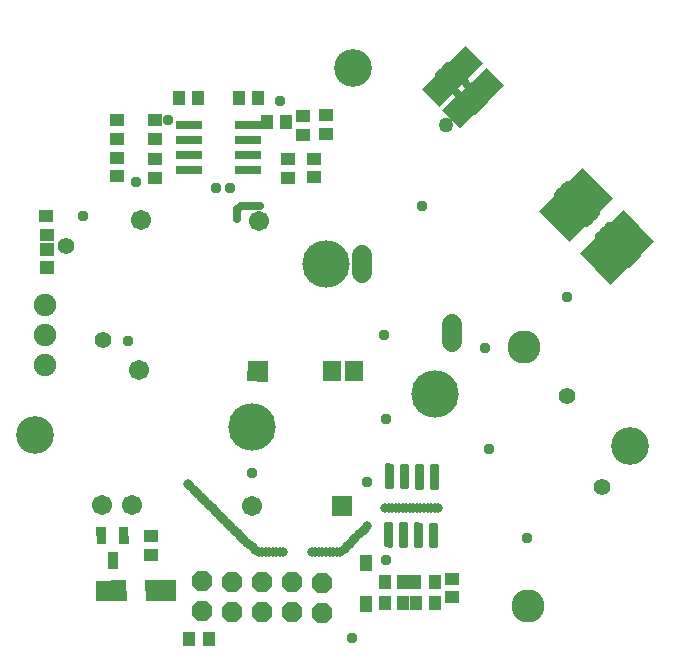
<source format=gbr>
G04 EAGLE Gerber RS-274X export*
G75*
%MOMM*%
%FSLAX34Y34*%
%LPD*%
%INSoldermask Top*%
%IPPOS*%
%AMOC8*
5,1,8,0,0,1.08239X$1,22.5*%
G01*
%ADD10C,0.803200*%
%ADD11C,0.703200*%
%ADD12C,0.353406*%
%ADD13R,1.001900X1.177100*%
%ADD14R,0.987100X1.330400*%
%ADD15R,1.124100X1.173400*%
%ADD16R,1.173400X1.124100*%
%ADD17R,1.711200X1.711200*%
%ADD18C,1.711200*%
%ADD19R,1.503200X1.703200*%
%ADD20R,1.177100X1.001900*%
%ADD21C,1.903200*%
%ADD22R,1.426700X0.828000*%
%ADD23R,2.595200X1.768500*%
%ADD24C,4.013200*%
%ADD25C,1.411200*%
%ADD26C,1.727200*%
%ADD27C,2.803200*%
%ADD28R,2.172600X0.795400*%
%ADD29R,3.703200X5.203200*%
%ADD30R,2.103200X5.203200*%
%ADD31P,1.869504X8X381.800000*%
%ADD32C,3.203200*%
%ADD33C,0.959600*%
%ADD34C,1.259600*%


D10*
X-82013Y-130446D03*
X-80013Y-132446D03*
X-78013Y-134446D03*
X-76013Y-136446D03*
X-74013Y-138446D03*
X-72013Y-140446D03*
X-70013Y-142446D03*
X-68013Y-144446D03*
X-66013Y-146446D03*
X-64013Y-148446D03*
X-62013Y-150446D03*
X-60013Y-152446D03*
X-58733Y-153476D03*
X-57013Y-155446D03*
X-55013Y-157446D03*
X-53013Y-159446D03*
X-51013Y-161446D03*
X-48013Y-163446D03*
X-46013Y-165446D03*
X-44013Y-167446D03*
X-41013Y-169446D03*
X-38013Y-169446D03*
X-35013Y-169446D03*
X-32013Y-169446D03*
X-29013Y-169446D03*
X-26013Y-169446D03*
X-23013Y-169446D03*
X-20013Y-169446D03*
X3987Y-169446D03*
X6987Y-169446D03*
X9987Y-169446D03*
X12987Y-169446D03*
X15987Y-169446D03*
X18987Y-169446D03*
X21987Y-169446D03*
X24987Y-169446D03*
X27987Y-169446D03*
X31987Y-166446D03*
X33987Y-164446D03*
X35987Y-162446D03*
X38987Y-159446D03*
X40987Y-157446D03*
X43987Y-154446D03*
X46987Y-151446D03*
X48987Y-149446D03*
X50987Y-147446D03*
X-101013Y-111446D03*
X-99013Y-113446D03*
X-96013Y-116446D03*
X-94013Y-118446D03*
X-92013Y-120446D03*
X-90013Y-122446D03*
X-88013Y-124446D03*
X-86013Y-126446D03*
X-84013Y-128446D03*
D11*
X247527Y98364D03*
X249527Y96364D03*
X251527Y94364D03*
X253527Y92364D03*
X255527Y90364D03*
X257527Y88364D03*
X259527Y86364D03*
X249527Y100364D03*
X251527Y102364D03*
X253527Y104364D03*
X255527Y106364D03*
X257527Y104364D03*
X259527Y102364D03*
X261527Y100364D03*
X263527Y98364D03*
X265527Y96364D03*
X267527Y94364D03*
X269527Y92364D03*
X271527Y90364D03*
X273527Y88364D03*
X275527Y86364D03*
X277527Y84364D03*
X279527Y82364D03*
X261527Y84364D03*
X263527Y82364D03*
X265527Y80364D03*
X267527Y78364D03*
X269527Y76364D03*
X271527Y74364D03*
X273527Y76364D03*
X275527Y78364D03*
X277527Y80364D03*
X212527Y133364D03*
X214527Y131364D03*
X216527Y129364D03*
X218527Y127364D03*
X220527Y125364D03*
X222527Y123364D03*
X224527Y121364D03*
X214527Y135364D03*
X216527Y137364D03*
X218527Y139364D03*
X220527Y141364D03*
X222527Y139364D03*
X224527Y137364D03*
X226527Y135364D03*
X228527Y133364D03*
X230527Y131364D03*
X232527Y129364D03*
X234527Y127364D03*
X236527Y125364D03*
X238527Y123364D03*
X240527Y121364D03*
X242527Y119364D03*
X244527Y117364D03*
X226527Y119364D03*
X228527Y117364D03*
X230527Y115364D03*
X232527Y113364D03*
X234527Y111364D03*
X236527Y109364D03*
X238527Y111364D03*
X240527Y113364D03*
X242527Y115364D03*
X111527Y234364D03*
X113527Y232364D03*
X115527Y230364D03*
X117527Y228364D03*
X119527Y226364D03*
X121527Y224364D03*
X129527Y216364D03*
X113527Y236364D03*
X115527Y238364D03*
X117527Y240364D03*
X119527Y242364D03*
X121527Y240364D03*
X123527Y238364D03*
X125527Y236364D03*
X133527Y228364D03*
X135527Y226364D03*
X137527Y224364D03*
X139527Y222364D03*
X141527Y220364D03*
X143527Y218364D03*
X145527Y216364D03*
X147527Y214364D03*
X149527Y212364D03*
X131527Y214364D03*
X133527Y212364D03*
X135527Y210364D03*
X137527Y208364D03*
X139527Y206364D03*
X141527Y204364D03*
X143527Y206364D03*
X145527Y208364D03*
X147527Y210364D03*
X123317Y222504D03*
X125857Y219964D03*
X128397Y217424D03*
X126987Y234554D03*
X128987Y232554D03*
X130987Y230554D03*
D10*
X65987Y-132446D03*
X68987Y-132446D03*
X71987Y-132446D03*
X74987Y-132446D03*
X77987Y-132446D03*
X80987Y-132446D03*
X83987Y-132446D03*
X86987Y-132446D03*
X89987Y-132446D03*
X92987Y-132446D03*
X95987Y-132446D03*
X98987Y-132446D03*
X101987Y-132446D03*
X104987Y-132446D03*
X107987Y-132446D03*
X110987Y-132446D03*
D11*
X-59013Y112824D03*
X-59013Y114824D03*
X-59013Y116824D03*
X-59013Y118824D03*
X-59013Y120824D03*
X-58013Y121824D03*
X-57013Y122824D03*
X-56013Y123824D03*
X-54013Y123824D03*
X-52013Y123824D03*
X-50013Y123824D03*
X-48013Y123824D03*
X-46013Y123824D03*
X-44013Y123824D03*
X-42013Y123824D03*
X-40013Y123824D03*
D12*
X105697Y-96717D02*
X105379Y-114911D01*
X105697Y-96717D02*
X110193Y-96795D01*
X109875Y-114989D01*
X105379Y-114911D01*
X105436Y-111632D02*
X109934Y-111632D01*
X109992Y-108275D02*
X105495Y-108275D01*
X105554Y-104918D02*
X110051Y-104918D01*
X110110Y-101561D02*
X105612Y-101561D01*
X105671Y-98204D02*
X110168Y-98204D01*
X92999Y-96496D02*
X92681Y-114690D01*
X92999Y-96496D02*
X97495Y-96574D01*
X97177Y-114768D01*
X92681Y-114690D01*
X92738Y-111411D02*
X97236Y-111411D01*
X97294Y-108054D02*
X92797Y-108054D01*
X92856Y-104697D02*
X97353Y-104697D01*
X97412Y-101340D02*
X92914Y-101340D01*
X92973Y-97983D02*
X97470Y-97983D01*
X80301Y-96274D02*
X79983Y-114468D01*
X80301Y-96274D02*
X84797Y-96352D01*
X84479Y-114546D01*
X79983Y-114468D01*
X80040Y-111189D02*
X84538Y-111189D01*
X84596Y-107832D02*
X80099Y-107832D01*
X80158Y-104475D02*
X84655Y-104475D01*
X84714Y-101118D02*
X80216Y-101118D01*
X80275Y-97761D02*
X84772Y-97761D01*
X67603Y-96052D02*
X67285Y-114246D01*
X67603Y-96052D02*
X72099Y-96130D01*
X71781Y-114324D01*
X67285Y-114246D01*
X67342Y-110967D02*
X71840Y-110967D01*
X71898Y-107610D02*
X67401Y-107610D01*
X67460Y-104253D02*
X71957Y-104253D01*
X72016Y-100896D02*
X67518Y-100896D01*
X67577Y-97539D02*
X72074Y-97539D01*
X66739Y-145545D02*
X66421Y-163739D01*
X66739Y-145545D02*
X71235Y-145623D01*
X70917Y-163817D01*
X66421Y-163739D01*
X66478Y-160460D02*
X70976Y-160460D01*
X71034Y-157103D02*
X66537Y-157103D01*
X66596Y-153746D02*
X71093Y-153746D01*
X71152Y-150389D02*
X66654Y-150389D01*
X66713Y-147032D02*
X71210Y-147032D01*
X79437Y-145766D02*
X79119Y-163960D01*
X79437Y-145766D02*
X83933Y-145844D01*
X83615Y-164038D01*
X79119Y-163960D01*
X79176Y-160681D02*
X83674Y-160681D01*
X83732Y-157324D02*
X79235Y-157324D01*
X79294Y-153967D02*
X83791Y-153967D01*
X83850Y-150610D02*
X79352Y-150610D01*
X79411Y-147253D02*
X83908Y-147253D01*
X92135Y-145988D02*
X91817Y-164182D01*
X92135Y-145988D02*
X96631Y-146066D01*
X96313Y-164260D01*
X91817Y-164182D01*
X91874Y-160903D02*
X96372Y-160903D01*
X96430Y-157546D02*
X91933Y-157546D01*
X91992Y-154189D02*
X96489Y-154189D01*
X96548Y-150832D02*
X92050Y-150832D01*
X92109Y-147475D02*
X96606Y-147475D01*
X104833Y-146210D02*
X104515Y-164404D01*
X104833Y-146210D02*
X109329Y-146288D01*
X109011Y-164482D01*
X104515Y-164404D01*
X104572Y-161125D02*
X109070Y-161125D01*
X109128Y-157768D02*
X104631Y-157768D01*
X104690Y-154411D02*
X109187Y-154411D01*
X109246Y-151054D02*
X104748Y-151054D01*
X104807Y-147697D02*
X109304Y-147697D01*
D13*
X107929Y-194991D03*
X91625Y-194991D03*
X108259Y-212876D03*
X91955Y-212876D03*
D14*
X49867Y-212931D03*
X49867Y-178501D03*
D15*
X81233Y-194366D03*
X65741Y-194366D03*
D16*
X122997Y-191846D03*
X122997Y-207338D03*
D15*
X66011Y-212536D03*
X81503Y-212536D03*
D17*
G36*
X-50426Y-7681D02*
X-33316Y-7861D01*
X-33496Y-24971D01*
X-50606Y-24791D01*
X-50426Y-7681D01*
G37*
D18*
X-141955Y-15279D03*
X-40631Y110667D03*
X-140625Y111714D03*
D19*
X20897Y-15976D03*
X39897Y-15976D03*
D16*
X-160678Y148838D03*
X-160678Y164330D03*
D13*
X-108805Y215499D03*
X-92501Y215499D03*
D20*
X-3853Y183602D03*
X-3853Y199906D03*
X15617Y200646D03*
X15617Y184342D03*
D13*
X-58035Y214924D03*
X-41731Y214924D03*
D16*
X-128538Y147538D03*
X-128538Y163030D03*
D20*
X-129083Y180232D03*
X-129083Y196536D03*
X-160834Y196396D03*
X-160834Y180092D03*
D16*
X5857Y163580D03*
X5857Y148088D03*
D15*
G36*
X-214492Y77208D02*
X-214413Y65970D01*
X-226146Y65888D01*
X-226225Y77126D01*
X-214492Y77208D01*
G37*
G36*
X-214600Y92700D02*
X-214521Y81462D01*
X-226254Y81380D01*
X-226333Y92618D01*
X-214600Y92700D01*
G37*
D21*
X-221990Y-10786D03*
X-221902Y14614D03*
X-221813Y40014D03*
D13*
G36*
X-214674Y104185D02*
X-214429Y94171D01*
X-226194Y93883D01*
X-226439Y103897D01*
X-214674Y104185D01*
G37*
G36*
X-215072Y120485D02*
X-214827Y110471D01*
X-226592Y110183D01*
X-226837Y120197D01*
X-215072Y120485D01*
G37*
D20*
X-16413Y163706D03*
X-16413Y147402D03*
D18*
X-173875Y-129526D03*
X-148475Y-129659D03*
X-46877Y-130191D03*
D17*
G36*
X37833Y-139190D02*
X20722Y-139101D01*
X20811Y-121990D01*
X37922Y-122079D01*
X37833Y-139190D01*
G37*
D13*
X-99655Y-243186D03*
X-83351Y-243186D03*
D20*
X-131893Y-155944D03*
X-131893Y-172248D03*
D22*
G36*
X-159292Y-162269D02*
X-159491Y-148005D01*
X-151212Y-147889D01*
X-151013Y-162153D01*
X-159292Y-162269D01*
G37*
G36*
X-178291Y-162534D02*
X-178490Y-148270D01*
X-170211Y-148154D01*
X-170012Y-162418D01*
X-178291Y-162534D01*
G37*
G36*
X-168494Y-183680D02*
X-168693Y-169416D01*
X-160414Y-169300D01*
X-160215Y-183564D01*
X-168494Y-183680D01*
G37*
D23*
G36*
X-152834Y-210932D02*
X-178783Y-211204D01*
X-178968Y-193522D01*
X-153019Y-193250D01*
X-152834Y-210932D01*
G37*
G36*
X-110678Y-210490D02*
X-136627Y-210762D01*
X-136812Y-193080D01*
X-110863Y-192808D01*
X-110678Y-210490D01*
G37*
D24*
X107987Y-35446D03*
X15987Y74554D03*
X-47013Y-63446D03*
D25*
X-204013Y89554D03*
X-173013Y10554D03*
X219987Y-37446D03*
X249987Y-114446D03*
D26*
X122687Y8418D02*
X122687Y23658D01*
X46487Y66838D02*
X46487Y82078D01*
D27*
X186787Y-214682D03*
X183347Y4290D03*
D28*
X-99749Y192604D03*
X-99749Y179904D03*
X-99749Y167204D03*
X-99749Y154504D03*
X-50277Y154504D03*
X-50277Y167204D03*
X-50277Y179904D03*
X-50277Y192604D03*
D29*
G36*
X268268Y119887D02*
X293946Y93203D01*
X256456Y57125D01*
X230778Y83809D01*
X268268Y119887D01*
G37*
G36*
X233598Y155915D02*
X259276Y129231D01*
X221786Y93153D01*
X196108Y119837D01*
X233598Y155915D01*
G37*
D30*
G36*
X134442Y258953D02*
X149025Y243799D01*
X111534Y207721D01*
X96951Y222875D01*
X134442Y258953D01*
G37*
G36*
X152054Y240651D02*
X166637Y225497D01*
X129146Y189419D01*
X114563Y204573D01*
X152054Y240651D01*
G37*
D31*
X-88964Y-219524D03*
X-88654Y-194126D03*
X-63566Y-219835D03*
X-63256Y-194437D03*
X-38168Y-220145D03*
X-37858Y-194747D03*
X-12770Y-220455D03*
X-12460Y-195057D03*
X12628Y-220766D03*
X12938Y-195368D03*
D32*
X-230013Y-70446D03*
X38987Y240554D03*
X272987Y-79446D03*
D15*
X-18267Y194554D03*
X-33759Y194554D03*
D33*
X185987Y-157446D03*
X-77061Y138524D03*
X-64925Y138524D03*
X-189793Y115334D03*
X-220434Y87047D03*
X-144653Y144084D03*
X50987Y-110446D03*
X-23013Y212554D03*
X-118013Y196554D03*
X126987Y201554D03*
X152987Y228554D03*
X37987Y-242446D03*
D34*
X117650Y192084D03*
D33*
X66802Y-176403D03*
X96987Y123554D03*
X-152013Y9554D03*
X-47013Y-102446D03*
X66987Y-56446D03*
X64987Y14554D03*
X150987Y3554D03*
X219987Y46554D03*
X153987Y-82446D03*
M02*

</source>
